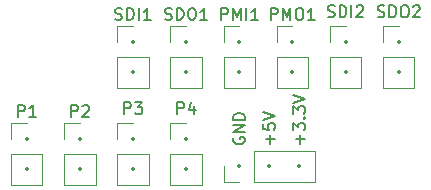
<source format=gto>
%TF.GenerationSoftware,KiCad,Pcbnew,8.0.5*%
%TF.CreationDate,2024-12-11T18:44:50+10:00*%
%TF.ProjectId,powerSystem,706f7765-7253-4797-9374-656d2e6b6963,rev?*%
%TF.SameCoordinates,Original*%
%TF.FileFunction,Legend,Top*%
%TF.FilePolarity,Positive*%
%FSLAX46Y46*%
G04 Gerber Fmt 4.6, Leading zero omitted, Abs format (unit mm)*
G04 Created by KiCad (PCBNEW 8.0.5) date 2024-12-11 18:44:50*
%MOMM*%
%LPD*%
G01*
G04 APERTURE LIST*
%ADD10C,0.150000*%
%ADD11C,0.120000*%
%ADD12C,0.350000*%
G04 APERTURE END LIST*
D10*
X169870616Y-97234220D02*
X169870616Y-96472316D01*
X170251569Y-96853268D02*
X169489664Y-96853268D01*
X169251569Y-96091363D02*
X169251569Y-95472316D01*
X169251569Y-95472316D02*
X169632521Y-95805649D01*
X169632521Y-95805649D02*
X169632521Y-95662792D01*
X169632521Y-95662792D02*
X169680140Y-95567554D01*
X169680140Y-95567554D02*
X169727759Y-95519935D01*
X169727759Y-95519935D02*
X169822997Y-95472316D01*
X169822997Y-95472316D02*
X170061092Y-95472316D01*
X170061092Y-95472316D02*
X170156330Y-95519935D01*
X170156330Y-95519935D02*
X170203950Y-95567554D01*
X170203950Y-95567554D02*
X170251569Y-95662792D01*
X170251569Y-95662792D02*
X170251569Y-95948506D01*
X170251569Y-95948506D02*
X170203950Y-96043744D01*
X170203950Y-96043744D02*
X170156330Y-96091363D01*
X170156330Y-95043744D02*
X170203950Y-94996125D01*
X170203950Y-94996125D02*
X170251569Y-95043744D01*
X170251569Y-95043744D02*
X170203950Y-95091363D01*
X170203950Y-95091363D02*
X170156330Y-95043744D01*
X170156330Y-95043744D02*
X170251569Y-95043744D01*
X169251569Y-94662792D02*
X169251569Y-94043745D01*
X169251569Y-94043745D02*
X169632521Y-94377078D01*
X169632521Y-94377078D02*
X169632521Y-94234221D01*
X169632521Y-94234221D02*
X169680140Y-94138983D01*
X169680140Y-94138983D02*
X169727759Y-94091364D01*
X169727759Y-94091364D02*
X169822997Y-94043745D01*
X169822997Y-94043745D02*
X170061092Y-94043745D01*
X170061092Y-94043745D02*
X170156330Y-94091364D01*
X170156330Y-94091364D02*
X170203950Y-94138983D01*
X170203950Y-94138983D02*
X170251569Y-94234221D01*
X170251569Y-94234221D02*
X170251569Y-94519935D01*
X170251569Y-94519935D02*
X170203950Y-94615173D01*
X170203950Y-94615173D02*
X170156330Y-94662792D01*
X169251569Y-93758030D02*
X170251569Y-93424697D01*
X170251569Y-93424697D02*
X169251569Y-93091364D01*
X164219188Y-96710411D02*
X164171569Y-96805649D01*
X164171569Y-96805649D02*
X164171569Y-96948506D01*
X164171569Y-96948506D02*
X164219188Y-97091363D01*
X164219188Y-97091363D02*
X164314426Y-97186601D01*
X164314426Y-97186601D02*
X164409664Y-97234220D01*
X164409664Y-97234220D02*
X164600140Y-97281839D01*
X164600140Y-97281839D02*
X164742997Y-97281839D01*
X164742997Y-97281839D02*
X164933473Y-97234220D01*
X164933473Y-97234220D02*
X165028711Y-97186601D01*
X165028711Y-97186601D02*
X165123950Y-97091363D01*
X165123950Y-97091363D02*
X165171569Y-96948506D01*
X165171569Y-96948506D02*
X165171569Y-96853268D01*
X165171569Y-96853268D02*
X165123950Y-96710411D01*
X165123950Y-96710411D02*
X165076330Y-96662792D01*
X165076330Y-96662792D02*
X164742997Y-96662792D01*
X164742997Y-96662792D02*
X164742997Y-96853268D01*
X165171569Y-96234220D02*
X164171569Y-96234220D01*
X164171569Y-96234220D02*
X165171569Y-95662792D01*
X165171569Y-95662792D02*
X164171569Y-95662792D01*
X165171569Y-95186601D02*
X164171569Y-95186601D01*
X164171569Y-95186601D02*
X164171569Y-94948506D01*
X164171569Y-94948506D02*
X164219188Y-94805649D01*
X164219188Y-94805649D02*
X164314426Y-94710411D01*
X164314426Y-94710411D02*
X164409664Y-94662792D01*
X164409664Y-94662792D02*
X164600140Y-94615173D01*
X164600140Y-94615173D02*
X164742997Y-94615173D01*
X164742997Y-94615173D02*
X164933473Y-94662792D01*
X164933473Y-94662792D02*
X165028711Y-94710411D01*
X165028711Y-94710411D02*
X165123950Y-94805649D01*
X165123950Y-94805649D02*
X165171569Y-94948506D01*
X165171569Y-94948506D02*
X165171569Y-95186601D01*
X167330616Y-97234220D02*
X167330616Y-96472316D01*
X167711569Y-96853268D02*
X166949664Y-96853268D01*
X166711569Y-95519935D02*
X166711569Y-95996125D01*
X166711569Y-95996125D02*
X167187759Y-96043744D01*
X167187759Y-96043744D02*
X167140140Y-95996125D01*
X167140140Y-95996125D02*
X167092521Y-95900887D01*
X167092521Y-95900887D02*
X167092521Y-95662792D01*
X167092521Y-95662792D02*
X167140140Y-95567554D01*
X167140140Y-95567554D02*
X167187759Y-95519935D01*
X167187759Y-95519935D02*
X167282997Y-95472316D01*
X167282997Y-95472316D02*
X167521092Y-95472316D01*
X167521092Y-95472316D02*
X167616330Y-95519935D01*
X167616330Y-95519935D02*
X167663950Y-95567554D01*
X167663950Y-95567554D02*
X167711569Y-95662792D01*
X167711569Y-95662792D02*
X167711569Y-95900887D01*
X167711569Y-95900887D02*
X167663950Y-95996125D01*
X167663950Y-95996125D02*
X167616330Y-96043744D01*
X166711569Y-95186601D02*
X167711569Y-94853268D01*
X167711569Y-94853268D02*
X166711569Y-94519935D01*
X154961905Y-94707069D02*
X154961905Y-93707069D01*
X154961905Y-93707069D02*
X155342857Y-93707069D01*
X155342857Y-93707069D02*
X155438095Y-93754688D01*
X155438095Y-93754688D02*
X155485714Y-93802307D01*
X155485714Y-93802307D02*
X155533333Y-93897545D01*
X155533333Y-93897545D02*
X155533333Y-94040402D01*
X155533333Y-94040402D02*
X155485714Y-94135640D01*
X155485714Y-94135640D02*
X155438095Y-94183259D01*
X155438095Y-94183259D02*
X155342857Y-94230878D01*
X155342857Y-94230878D02*
X154961905Y-94230878D01*
X155866667Y-93707069D02*
X156485714Y-93707069D01*
X156485714Y-93707069D02*
X156152381Y-94088021D01*
X156152381Y-94088021D02*
X156295238Y-94088021D01*
X156295238Y-94088021D02*
X156390476Y-94135640D01*
X156390476Y-94135640D02*
X156438095Y-94183259D01*
X156438095Y-94183259D02*
X156485714Y-94278497D01*
X156485714Y-94278497D02*
X156485714Y-94516592D01*
X156485714Y-94516592D02*
X156438095Y-94611830D01*
X156438095Y-94611830D02*
X156390476Y-94659450D01*
X156390476Y-94659450D02*
X156295238Y-94707069D01*
X156295238Y-94707069D02*
X156009524Y-94707069D01*
X156009524Y-94707069D02*
X155914286Y-94659450D01*
X155914286Y-94659450D02*
X155866667Y-94611830D01*
X150461905Y-94945819D02*
X150461905Y-93945819D01*
X150461905Y-93945819D02*
X150842857Y-93945819D01*
X150842857Y-93945819D02*
X150938095Y-93993438D01*
X150938095Y-93993438D02*
X150985714Y-94041057D01*
X150985714Y-94041057D02*
X151033333Y-94136295D01*
X151033333Y-94136295D02*
X151033333Y-94279152D01*
X151033333Y-94279152D02*
X150985714Y-94374390D01*
X150985714Y-94374390D02*
X150938095Y-94422009D01*
X150938095Y-94422009D02*
X150842857Y-94469628D01*
X150842857Y-94469628D02*
X150461905Y-94469628D01*
X151414286Y-94041057D02*
X151461905Y-93993438D01*
X151461905Y-93993438D02*
X151557143Y-93945819D01*
X151557143Y-93945819D02*
X151795238Y-93945819D01*
X151795238Y-93945819D02*
X151890476Y-93993438D01*
X151890476Y-93993438D02*
X151938095Y-94041057D01*
X151938095Y-94041057D02*
X151985714Y-94136295D01*
X151985714Y-94136295D02*
X151985714Y-94231533D01*
X151985714Y-94231533D02*
X151938095Y-94374390D01*
X151938095Y-94374390D02*
X151366667Y-94945819D01*
X151366667Y-94945819D02*
X151985714Y-94945819D01*
X159461905Y-94707069D02*
X159461905Y-93707069D01*
X159461905Y-93707069D02*
X159842857Y-93707069D01*
X159842857Y-93707069D02*
X159938095Y-93754688D01*
X159938095Y-93754688D02*
X159985714Y-93802307D01*
X159985714Y-93802307D02*
X160033333Y-93897545D01*
X160033333Y-93897545D02*
X160033333Y-94040402D01*
X160033333Y-94040402D02*
X159985714Y-94135640D01*
X159985714Y-94135640D02*
X159938095Y-94183259D01*
X159938095Y-94183259D02*
X159842857Y-94230878D01*
X159842857Y-94230878D02*
X159461905Y-94230878D01*
X160890476Y-94040402D02*
X160890476Y-94707069D01*
X160652381Y-93659450D02*
X160414286Y-94373735D01*
X160414286Y-94373735D02*
X161033333Y-94373735D01*
X154200000Y-86698200D02*
X154342857Y-86745819D01*
X154342857Y-86745819D02*
X154580952Y-86745819D01*
X154580952Y-86745819D02*
X154676190Y-86698200D01*
X154676190Y-86698200D02*
X154723809Y-86650580D01*
X154723809Y-86650580D02*
X154771428Y-86555342D01*
X154771428Y-86555342D02*
X154771428Y-86460104D01*
X154771428Y-86460104D02*
X154723809Y-86364866D01*
X154723809Y-86364866D02*
X154676190Y-86317247D01*
X154676190Y-86317247D02*
X154580952Y-86269628D01*
X154580952Y-86269628D02*
X154390476Y-86222009D01*
X154390476Y-86222009D02*
X154295238Y-86174390D01*
X154295238Y-86174390D02*
X154247619Y-86126771D01*
X154247619Y-86126771D02*
X154200000Y-86031533D01*
X154200000Y-86031533D02*
X154200000Y-85936295D01*
X154200000Y-85936295D02*
X154247619Y-85841057D01*
X154247619Y-85841057D02*
X154295238Y-85793438D01*
X154295238Y-85793438D02*
X154390476Y-85745819D01*
X154390476Y-85745819D02*
X154628571Y-85745819D01*
X154628571Y-85745819D02*
X154771428Y-85793438D01*
X155200000Y-86745819D02*
X155200000Y-85745819D01*
X155200000Y-85745819D02*
X155438095Y-85745819D01*
X155438095Y-85745819D02*
X155580952Y-85793438D01*
X155580952Y-85793438D02*
X155676190Y-85888676D01*
X155676190Y-85888676D02*
X155723809Y-85983914D01*
X155723809Y-85983914D02*
X155771428Y-86174390D01*
X155771428Y-86174390D02*
X155771428Y-86317247D01*
X155771428Y-86317247D02*
X155723809Y-86507723D01*
X155723809Y-86507723D02*
X155676190Y-86602961D01*
X155676190Y-86602961D02*
X155580952Y-86698200D01*
X155580952Y-86698200D02*
X155438095Y-86745819D01*
X155438095Y-86745819D02*
X155200000Y-86745819D01*
X156200000Y-86745819D02*
X156200000Y-85745819D01*
X157199999Y-86745819D02*
X156628571Y-86745819D01*
X156914285Y-86745819D02*
X156914285Y-85745819D01*
X156914285Y-85745819D02*
X156819047Y-85888676D01*
X156819047Y-85888676D02*
X156723809Y-85983914D01*
X156723809Y-85983914D02*
X156628571Y-86031533D01*
X176414286Y-86459450D02*
X176557143Y-86507069D01*
X176557143Y-86507069D02*
X176795238Y-86507069D01*
X176795238Y-86507069D02*
X176890476Y-86459450D01*
X176890476Y-86459450D02*
X176938095Y-86411830D01*
X176938095Y-86411830D02*
X176985714Y-86316592D01*
X176985714Y-86316592D02*
X176985714Y-86221354D01*
X176985714Y-86221354D02*
X176938095Y-86126116D01*
X176938095Y-86126116D02*
X176890476Y-86078497D01*
X176890476Y-86078497D02*
X176795238Y-86030878D01*
X176795238Y-86030878D02*
X176604762Y-85983259D01*
X176604762Y-85983259D02*
X176509524Y-85935640D01*
X176509524Y-85935640D02*
X176461905Y-85888021D01*
X176461905Y-85888021D02*
X176414286Y-85792783D01*
X176414286Y-85792783D02*
X176414286Y-85697545D01*
X176414286Y-85697545D02*
X176461905Y-85602307D01*
X176461905Y-85602307D02*
X176509524Y-85554688D01*
X176509524Y-85554688D02*
X176604762Y-85507069D01*
X176604762Y-85507069D02*
X176842857Y-85507069D01*
X176842857Y-85507069D02*
X176985714Y-85554688D01*
X177414286Y-86507069D02*
X177414286Y-85507069D01*
X177414286Y-85507069D02*
X177652381Y-85507069D01*
X177652381Y-85507069D02*
X177795238Y-85554688D01*
X177795238Y-85554688D02*
X177890476Y-85649926D01*
X177890476Y-85649926D02*
X177938095Y-85745164D01*
X177938095Y-85745164D02*
X177985714Y-85935640D01*
X177985714Y-85935640D02*
X177985714Y-86078497D01*
X177985714Y-86078497D02*
X177938095Y-86268973D01*
X177938095Y-86268973D02*
X177890476Y-86364211D01*
X177890476Y-86364211D02*
X177795238Y-86459450D01*
X177795238Y-86459450D02*
X177652381Y-86507069D01*
X177652381Y-86507069D02*
X177414286Y-86507069D01*
X178604762Y-85507069D02*
X178795238Y-85507069D01*
X178795238Y-85507069D02*
X178890476Y-85554688D01*
X178890476Y-85554688D02*
X178985714Y-85649926D01*
X178985714Y-85649926D02*
X179033333Y-85840402D01*
X179033333Y-85840402D02*
X179033333Y-86173735D01*
X179033333Y-86173735D02*
X178985714Y-86364211D01*
X178985714Y-86364211D02*
X178890476Y-86459450D01*
X178890476Y-86459450D02*
X178795238Y-86507069D01*
X178795238Y-86507069D02*
X178604762Y-86507069D01*
X178604762Y-86507069D02*
X178509524Y-86459450D01*
X178509524Y-86459450D02*
X178414286Y-86364211D01*
X178414286Y-86364211D02*
X178366667Y-86173735D01*
X178366667Y-86173735D02*
X178366667Y-85840402D01*
X178366667Y-85840402D02*
X178414286Y-85649926D01*
X178414286Y-85649926D02*
X178509524Y-85554688D01*
X178509524Y-85554688D02*
X178604762Y-85507069D01*
X179414286Y-85602307D02*
X179461905Y-85554688D01*
X179461905Y-85554688D02*
X179557143Y-85507069D01*
X179557143Y-85507069D02*
X179795238Y-85507069D01*
X179795238Y-85507069D02*
X179890476Y-85554688D01*
X179890476Y-85554688D02*
X179938095Y-85602307D01*
X179938095Y-85602307D02*
X179985714Y-85697545D01*
X179985714Y-85697545D02*
X179985714Y-85792783D01*
X179985714Y-85792783D02*
X179938095Y-85935640D01*
X179938095Y-85935640D02*
X179366667Y-86507069D01*
X179366667Y-86507069D02*
X179985714Y-86507069D01*
X163152381Y-86745819D02*
X163152381Y-85745819D01*
X163152381Y-85745819D02*
X163533333Y-85745819D01*
X163533333Y-85745819D02*
X163628571Y-85793438D01*
X163628571Y-85793438D02*
X163676190Y-85841057D01*
X163676190Y-85841057D02*
X163723809Y-85936295D01*
X163723809Y-85936295D02*
X163723809Y-86079152D01*
X163723809Y-86079152D02*
X163676190Y-86174390D01*
X163676190Y-86174390D02*
X163628571Y-86222009D01*
X163628571Y-86222009D02*
X163533333Y-86269628D01*
X163533333Y-86269628D02*
X163152381Y-86269628D01*
X164152381Y-86745819D02*
X164152381Y-85745819D01*
X164152381Y-85745819D02*
X164485714Y-86460104D01*
X164485714Y-86460104D02*
X164819047Y-85745819D01*
X164819047Y-85745819D02*
X164819047Y-86745819D01*
X165295238Y-86745819D02*
X165295238Y-85745819D01*
X166295237Y-86745819D02*
X165723809Y-86745819D01*
X166009523Y-86745819D02*
X166009523Y-85745819D01*
X166009523Y-85745819D02*
X165914285Y-85888676D01*
X165914285Y-85888676D02*
X165819047Y-85983914D01*
X165819047Y-85983914D02*
X165723809Y-86031533D01*
X145961905Y-94945819D02*
X145961905Y-93945819D01*
X145961905Y-93945819D02*
X146342857Y-93945819D01*
X146342857Y-93945819D02*
X146438095Y-93993438D01*
X146438095Y-93993438D02*
X146485714Y-94041057D01*
X146485714Y-94041057D02*
X146533333Y-94136295D01*
X146533333Y-94136295D02*
X146533333Y-94279152D01*
X146533333Y-94279152D02*
X146485714Y-94374390D01*
X146485714Y-94374390D02*
X146438095Y-94422009D01*
X146438095Y-94422009D02*
X146342857Y-94469628D01*
X146342857Y-94469628D02*
X145961905Y-94469628D01*
X147485714Y-94945819D02*
X146914286Y-94945819D01*
X147200000Y-94945819D02*
X147200000Y-93945819D01*
X147200000Y-93945819D02*
X147104762Y-94088676D01*
X147104762Y-94088676D02*
X147009524Y-94183914D01*
X147009524Y-94183914D02*
X146914286Y-94231533D01*
X172200000Y-86459450D02*
X172342857Y-86507069D01*
X172342857Y-86507069D02*
X172580952Y-86507069D01*
X172580952Y-86507069D02*
X172676190Y-86459450D01*
X172676190Y-86459450D02*
X172723809Y-86411830D01*
X172723809Y-86411830D02*
X172771428Y-86316592D01*
X172771428Y-86316592D02*
X172771428Y-86221354D01*
X172771428Y-86221354D02*
X172723809Y-86126116D01*
X172723809Y-86126116D02*
X172676190Y-86078497D01*
X172676190Y-86078497D02*
X172580952Y-86030878D01*
X172580952Y-86030878D02*
X172390476Y-85983259D01*
X172390476Y-85983259D02*
X172295238Y-85935640D01*
X172295238Y-85935640D02*
X172247619Y-85888021D01*
X172247619Y-85888021D02*
X172200000Y-85792783D01*
X172200000Y-85792783D02*
X172200000Y-85697545D01*
X172200000Y-85697545D02*
X172247619Y-85602307D01*
X172247619Y-85602307D02*
X172295238Y-85554688D01*
X172295238Y-85554688D02*
X172390476Y-85507069D01*
X172390476Y-85507069D02*
X172628571Y-85507069D01*
X172628571Y-85507069D02*
X172771428Y-85554688D01*
X173200000Y-86507069D02*
X173200000Y-85507069D01*
X173200000Y-85507069D02*
X173438095Y-85507069D01*
X173438095Y-85507069D02*
X173580952Y-85554688D01*
X173580952Y-85554688D02*
X173676190Y-85649926D01*
X173676190Y-85649926D02*
X173723809Y-85745164D01*
X173723809Y-85745164D02*
X173771428Y-85935640D01*
X173771428Y-85935640D02*
X173771428Y-86078497D01*
X173771428Y-86078497D02*
X173723809Y-86268973D01*
X173723809Y-86268973D02*
X173676190Y-86364211D01*
X173676190Y-86364211D02*
X173580952Y-86459450D01*
X173580952Y-86459450D02*
X173438095Y-86507069D01*
X173438095Y-86507069D02*
X173200000Y-86507069D01*
X174200000Y-86507069D02*
X174200000Y-85507069D01*
X174628571Y-85602307D02*
X174676190Y-85554688D01*
X174676190Y-85554688D02*
X174771428Y-85507069D01*
X174771428Y-85507069D02*
X175009523Y-85507069D01*
X175009523Y-85507069D02*
X175104761Y-85554688D01*
X175104761Y-85554688D02*
X175152380Y-85602307D01*
X175152380Y-85602307D02*
X175199999Y-85697545D01*
X175199999Y-85697545D02*
X175199999Y-85792783D01*
X175199999Y-85792783D02*
X175152380Y-85935640D01*
X175152380Y-85935640D02*
X174580952Y-86507069D01*
X174580952Y-86507069D02*
X175199999Y-86507069D01*
X167366667Y-86745819D02*
X167366667Y-85745819D01*
X167366667Y-85745819D02*
X167747619Y-85745819D01*
X167747619Y-85745819D02*
X167842857Y-85793438D01*
X167842857Y-85793438D02*
X167890476Y-85841057D01*
X167890476Y-85841057D02*
X167938095Y-85936295D01*
X167938095Y-85936295D02*
X167938095Y-86079152D01*
X167938095Y-86079152D02*
X167890476Y-86174390D01*
X167890476Y-86174390D02*
X167842857Y-86222009D01*
X167842857Y-86222009D02*
X167747619Y-86269628D01*
X167747619Y-86269628D02*
X167366667Y-86269628D01*
X168366667Y-86745819D02*
X168366667Y-85745819D01*
X168366667Y-85745819D02*
X168700000Y-86460104D01*
X168700000Y-86460104D02*
X169033333Y-85745819D01*
X169033333Y-85745819D02*
X169033333Y-86745819D01*
X169700000Y-85745819D02*
X169890476Y-85745819D01*
X169890476Y-85745819D02*
X169985714Y-85793438D01*
X169985714Y-85793438D02*
X170080952Y-85888676D01*
X170080952Y-85888676D02*
X170128571Y-86079152D01*
X170128571Y-86079152D02*
X170128571Y-86412485D01*
X170128571Y-86412485D02*
X170080952Y-86602961D01*
X170080952Y-86602961D02*
X169985714Y-86698200D01*
X169985714Y-86698200D02*
X169890476Y-86745819D01*
X169890476Y-86745819D02*
X169700000Y-86745819D01*
X169700000Y-86745819D02*
X169604762Y-86698200D01*
X169604762Y-86698200D02*
X169509524Y-86602961D01*
X169509524Y-86602961D02*
X169461905Y-86412485D01*
X169461905Y-86412485D02*
X169461905Y-86079152D01*
X169461905Y-86079152D02*
X169509524Y-85888676D01*
X169509524Y-85888676D02*
X169604762Y-85793438D01*
X169604762Y-85793438D02*
X169700000Y-85745819D01*
X171080952Y-86745819D02*
X170509524Y-86745819D01*
X170795238Y-86745819D02*
X170795238Y-85745819D01*
X170795238Y-85745819D02*
X170700000Y-85888676D01*
X170700000Y-85888676D02*
X170604762Y-85983914D01*
X170604762Y-85983914D02*
X170509524Y-86031533D01*
X158414286Y-86698200D02*
X158557143Y-86745819D01*
X158557143Y-86745819D02*
X158795238Y-86745819D01*
X158795238Y-86745819D02*
X158890476Y-86698200D01*
X158890476Y-86698200D02*
X158938095Y-86650580D01*
X158938095Y-86650580D02*
X158985714Y-86555342D01*
X158985714Y-86555342D02*
X158985714Y-86460104D01*
X158985714Y-86460104D02*
X158938095Y-86364866D01*
X158938095Y-86364866D02*
X158890476Y-86317247D01*
X158890476Y-86317247D02*
X158795238Y-86269628D01*
X158795238Y-86269628D02*
X158604762Y-86222009D01*
X158604762Y-86222009D02*
X158509524Y-86174390D01*
X158509524Y-86174390D02*
X158461905Y-86126771D01*
X158461905Y-86126771D02*
X158414286Y-86031533D01*
X158414286Y-86031533D02*
X158414286Y-85936295D01*
X158414286Y-85936295D02*
X158461905Y-85841057D01*
X158461905Y-85841057D02*
X158509524Y-85793438D01*
X158509524Y-85793438D02*
X158604762Y-85745819D01*
X158604762Y-85745819D02*
X158842857Y-85745819D01*
X158842857Y-85745819D02*
X158985714Y-85793438D01*
X159414286Y-86745819D02*
X159414286Y-85745819D01*
X159414286Y-85745819D02*
X159652381Y-85745819D01*
X159652381Y-85745819D02*
X159795238Y-85793438D01*
X159795238Y-85793438D02*
X159890476Y-85888676D01*
X159890476Y-85888676D02*
X159938095Y-85983914D01*
X159938095Y-85983914D02*
X159985714Y-86174390D01*
X159985714Y-86174390D02*
X159985714Y-86317247D01*
X159985714Y-86317247D02*
X159938095Y-86507723D01*
X159938095Y-86507723D02*
X159890476Y-86602961D01*
X159890476Y-86602961D02*
X159795238Y-86698200D01*
X159795238Y-86698200D02*
X159652381Y-86745819D01*
X159652381Y-86745819D02*
X159414286Y-86745819D01*
X160604762Y-85745819D02*
X160795238Y-85745819D01*
X160795238Y-85745819D02*
X160890476Y-85793438D01*
X160890476Y-85793438D02*
X160985714Y-85888676D01*
X160985714Y-85888676D02*
X161033333Y-86079152D01*
X161033333Y-86079152D02*
X161033333Y-86412485D01*
X161033333Y-86412485D02*
X160985714Y-86602961D01*
X160985714Y-86602961D02*
X160890476Y-86698200D01*
X160890476Y-86698200D02*
X160795238Y-86745819D01*
X160795238Y-86745819D02*
X160604762Y-86745819D01*
X160604762Y-86745819D02*
X160509524Y-86698200D01*
X160509524Y-86698200D02*
X160414286Y-86602961D01*
X160414286Y-86602961D02*
X160366667Y-86412485D01*
X160366667Y-86412485D02*
X160366667Y-86079152D01*
X160366667Y-86079152D02*
X160414286Y-85888676D01*
X160414286Y-85888676D02*
X160509524Y-85793438D01*
X160509524Y-85793438D02*
X160604762Y-85745819D01*
X161985714Y-86745819D02*
X161414286Y-86745819D01*
X161700000Y-86745819D02*
X161700000Y-85745819D01*
X161700000Y-85745819D02*
X161604762Y-85888676D01*
X161604762Y-85888676D02*
X161509524Y-85983914D01*
X161509524Y-85983914D02*
X161414286Y-86031533D01*
D11*
%TO.C,P3*%
X157030000Y-98091000D02*
X157030000Y-100691000D01*
X154370000Y-100691000D02*
X157030000Y-100691000D01*
X154370000Y-98091000D02*
X157030000Y-98091000D01*
X154370000Y-98091000D02*
X154370000Y-100691000D01*
X154370000Y-96821000D02*
X154370000Y-95491000D01*
X154370000Y-95491000D02*
X155700000Y-95491000D01*
%TO.C,P2*%
X152530000Y-98091000D02*
X152530000Y-100691000D01*
X149870000Y-100691000D02*
X152530000Y-100691000D01*
X149870000Y-98091000D02*
X152530000Y-98091000D01*
X149870000Y-98091000D02*
X149870000Y-100691000D01*
X149870000Y-96821000D02*
X149870000Y-95491000D01*
X149870000Y-95491000D02*
X151200000Y-95491000D01*
%TO.C,SIGOUT1*%
X171110000Y-100451000D02*
X171110000Y-97791000D01*
X165970000Y-100451000D02*
X171110000Y-100451000D01*
X165970000Y-100451000D02*
X165970000Y-97791000D01*
X165970000Y-97791000D02*
X171110000Y-97791000D01*
X164700000Y-100451000D02*
X163370000Y-100451000D01*
X163370000Y-100451000D02*
X163370000Y-99121000D01*
%TO.C,P4*%
X161530000Y-98091000D02*
X161530000Y-100691000D01*
X158870000Y-100691000D02*
X161530000Y-100691000D01*
X158870000Y-98091000D02*
X161530000Y-98091000D01*
X158870000Y-98091000D02*
X158870000Y-100691000D01*
X158870000Y-96821000D02*
X158870000Y-95491000D01*
X158870000Y-95491000D02*
X160200000Y-95491000D01*
%TO.C,SDI1*%
X157030000Y-89891000D02*
X157030000Y-92491000D01*
X154370000Y-92491000D02*
X157030000Y-92491000D01*
X154370000Y-89891000D02*
X157030000Y-89891000D01*
X154370000Y-89891000D02*
X154370000Y-92491000D01*
X154370000Y-88621000D02*
X154370000Y-87291000D01*
X154370000Y-87291000D02*
X155700000Y-87291000D01*
%TO.C,SDO2*%
X179530000Y-89891000D02*
X179530000Y-92491000D01*
X176870000Y-92491000D02*
X179530000Y-92491000D01*
X176870000Y-89891000D02*
X179530000Y-89891000D01*
X176870000Y-89891000D02*
X176870000Y-92491000D01*
X176870000Y-88621000D02*
X176870000Y-87291000D01*
X176870000Y-87291000D02*
X178200000Y-87291000D01*
%TO.C,PMI1*%
X166030000Y-89891000D02*
X166030000Y-92491000D01*
X163370000Y-92491000D02*
X166030000Y-92491000D01*
X163370000Y-89891000D02*
X166030000Y-89891000D01*
X163370000Y-89891000D02*
X163370000Y-92491000D01*
X163370000Y-88621000D02*
X163370000Y-87291000D01*
X163370000Y-87291000D02*
X164700000Y-87291000D01*
%TO.C,P1*%
X148030000Y-98091000D02*
X148030000Y-100691000D01*
X145370000Y-100691000D02*
X148030000Y-100691000D01*
X145370000Y-98091000D02*
X148030000Y-98091000D01*
X145370000Y-98091000D02*
X145370000Y-100691000D01*
X145370000Y-96821000D02*
X145370000Y-95491000D01*
X145370000Y-95491000D02*
X146700000Y-95491000D01*
%TO.C,SDI2*%
X175030000Y-89891000D02*
X175030000Y-92491000D01*
X172370000Y-92491000D02*
X175030000Y-92491000D01*
X172370000Y-89891000D02*
X175030000Y-89891000D01*
X172370000Y-89891000D02*
X172370000Y-92491000D01*
X172370000Y-88621000D02*
X172370000Y-87291000D01*
X172370000Y-87291000D02*
X173700000Y-87291000D01*
%TO.C,PMO1*%
X170530000Y-89891000D02*
X170530000Y-92491000D01*
X167870000Y-92491000D02*
X170530000Y-92491000D01*
X167870000Y-89891000D02*
X170530000Y-89891000D01*
X167870000Y-89891000D02*
X167870000Y-92491000D01*
X167870000Y-88621000D02*
X167870000Y-87291000D01*
X167870000Y-87291000D02*
X169200000Y-87291000D01*
%TO.C,SDO1*%
X161530000Y-89891000D02*
X161530000Y-92491000D01*
X158870000Y-92491000D02*
X161530000Y-92491000D01*
X158870000Y-89891000D02*
X161530000Y-89891000D01*
X158870000Y-89891000D02*
X158870000Y-92491000D01*
X158870000Y-88621000D02*
X158870000Y-87291000D01*
X158870000Y-87291000D02*
X160200000Y-87291000D01*
%TD*%
D12*
X155700000Y-99361000D03*
X155700000Y-96821000D03*
X151200000Y-99361000D03*
X151200000Y-96821000D03*
X169780000Y-99121000D03*
X167240000Y-99121000D03*
X164700000Y-99121000D03*
X160200000Y-99361000D03*
X160200000Y-96821000D03*
X155700000Y-91161000D03*
X155700000Y-88621000D03*
X178200000Y-91161000D03*
X178200000Y-88621000D03*
X164700000Y-91161000D03*
X164700000Y-88621000D03*
X146700000Y-99361000D03*
X146700000Y-96821000D03*
X173700000Y-91161000D03*
X173700000Y-88621000D03*
X169200000Y-91161000D03*
X169200000Y-88621000D03*
X160200000Y-91161000D03*
X160200000Y-88621000D03*
M02*

</source>
